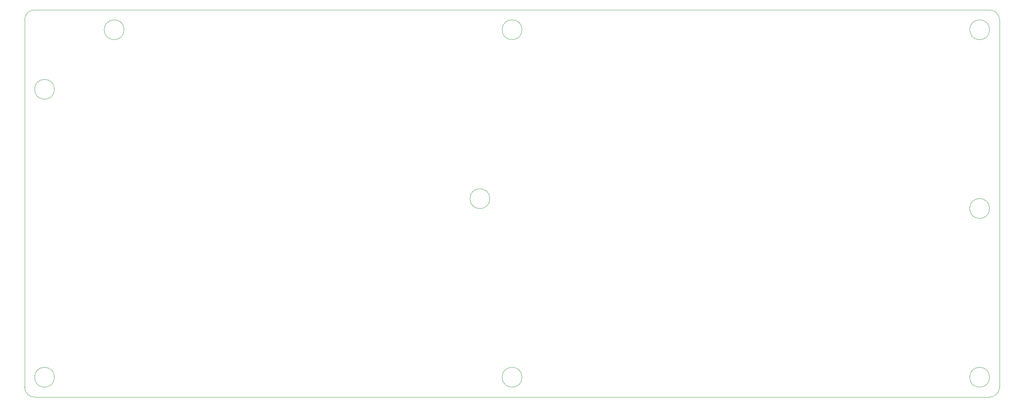
<source format=gm1>
%TF.GenerationSoftware,KiCad,Pcbnew,(6.0.9)*%
%TF.CreationDate,2023-02-21T23:29:26+05:30*%
%TF.ProjectId,Titan Keyboard,54697461-6e20-44b6-9579-626f6172642e,rev?*%
%TF.SameCoordinates,Original*%
%TF.FileFunction,Profile,NP*%
%FSLAX46Y46*%
G04 Gerber Fmt 4.6, Leading zero omitted, Abs format (unit mm)*
G04 Created by KiCad (PCBNEW (6.0.9)) date 2023-02-21 23:29:26*
%MOMM*%
%LPD*%
G01*
G04 APERTURE LIST*
%TA.AperFunction,Profile*%
%ADD10C,0.100000*%
%TD*%
G04 APERTURE END LIST*
D10*
X154222400Y-85750400D02*
G75*
G03*
X154222400Y-85750400I-2381200J0D01*
G01*
X50006200Y-59531250D02*
G75*
G03*
X50006200Y-59531250I-2381200J0D01*
G01*
X66674950Y-45243750D02*
G75*
G03*
X66674950Y-45243750I-2381200J0D01*
G01*
X161924950Y-45243750D02*
G75*
G03*
X161924950Y-45243750I-2381200J0D01*
G01*
X273843700Y-45243750D02*
G75*
G03*
X273843700Y-45243750I-2381200J0D01*
G01*
X273843650Y-88106250D02*
G75*
G03*
X273843650Y-88106250I-2381200J0D01*
G01*
X273843700Y-128587500D02*
G75*
G03*
X273843700Y-128587500I-2381200J0D01*
G01*
X161924950Y-128587500D02*
G75*
G03*
X161924950Y-128587500I-2381200J0D01*
G01*
X50006200Y-128587500D02*
G75*
G03*
X50006200Y-128587500I-2381200J0D01*
G01*
X276224950Y-42862500D02*
G75*
G03*
X273843750Y-40481250I-2381250J0D01*
G01*
X273843750Y-133350000D02*
X45243750Y-133350000D01*
X42862500Y-130968750D02*
X42862500Y-42862500D01*
X45243750Y-40481250D02*
X273843750Y-40481250D01*
X276225000Y-42862500D02*
X276225000Y-130968750D01*
X42862500Y-130968750D02*
G75*
G03*
X45243750Y-133350000I2381300J50D01*
G01*
X45243750Y-40481200D02*
G75*
G03*
X42862500Y-42862500I50J-2381300D01*
G01*
X273843750Y-133350000D02*
G75*
G03*
X276225000Y-130968750I-50J2381300D01*
G01*
M02*

</source>
